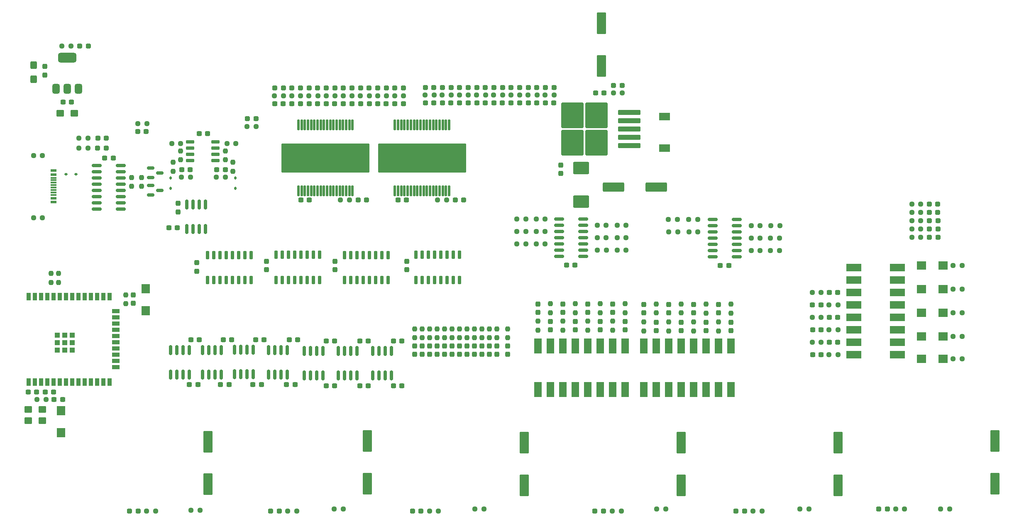
<source format=gtp>
G04 #@! TF.GenerationSoftware,KiCad,Pcbnew,8.0.2*
G04 #@! TF.CreationDate,2024-05-03T17:38:01+02:00*
G04 #@! TF.ProjectId,FluidNC,466c7569-644e-4432-9e6b-696361645f70,rev?*
G04 #@! TF.SameCoordinates,Original*
G04 #@! TF.FileFunction,Paste,Top*
G04 #@! TF.FilePolarity,Positive*
%FSLAX46Y46*%
G04 Gerber Fmt 4.6, Leading zero omitted, Abs format (unit mm)*
G04 Created by KiCad (PCBNEW 8.0.2) date 2024-05-03 17:38:01*
%MOMM*%
%LPD*%
G01*
G04 APERTURE LIST*
G04 Aperture macros list*
%AMRoundRect*
0 Rectangle with rounded corners*
0 $1 Rounding radius*
0 $2 $3 $4 $5 $6 $7 $8 $9 X,Y pos of 4 corners*
0 Add a 4 corners polygon primitive as box body*
4,1,4,$2,$3,$4,$5,$6,$7,$8,$9,$2,$3,0*
0 Add four circle primitives for the rounded corners*
1,1,$1+$1,$2,$3*
1,1,$1+$1,$4,$5*
1,1,$1+$1,$6,$7*
1,1,$1+$1,$8,$9*
0 Add four rect primitives between the rounded corners*
20,1,$1+$1,$2,$3,$4,$5,0*
20,1,$1+$1,$4,$5,$6,$7,0*
20,1,$1+$1,$6,$7,$8,$9,0*
20,1,$1+$1,$8,$9,$2,$3,0*%
G04 Aperture macros list end*
%ADD10RoundRect,0.237500X-0.237500X0.250000X-0.237500X-0.250000X0.237500X-0.250000X0.237500X0.250000X0*%
%ADD11RoundRect,0.237500X-0.287500X-0.237500X0.287500X-0.237500X0.287500X0.237500X-0.287500X0.237500X0*%
%ADD12RoundRect,0.237500X0.250000X0.237500X-0.250000X0.237500X-0.250000X-0.237500X0.250000X-0.237500X0*%
%ADD13RoundRect,0.237500X-0.250000X-0.237500X0.250000X-0.237500X0.250000X0.237500X-0.250000X0.237500X0*%
%ADD14RoundRect,0.237500X0.237500X-0.250000X0.237500X0.250000X-0.237500X0.250000X-0.237500X-0.250000X0*%
%ADD15RoundRect,0.237500X-0.300000X-0.237500X0.300000X-0.237500X0.300000X0.237500X-0.300000X0.237500X0*%
%ADD16R,1.240000X0.600000*%
%ADD17R,1.240000X0.300000*%
%ADD18RoundRect,0.150000X-0.150000X0.825000X-0.150000X-0.825000X0.150000X-0.825000X0.150000X0.825000X0*%
%ADD19RoundRect,0.237500X0.287500X0.237500X-0.287500X0.237500X-0.287500X-0.237500X0.287500X-0.237500X0*%
%ADD20RoundRect,0.150000X0.150000X-0.725000X0.150000X0.725000X-0.150000X0.725000X-0.150000X-0.725000X0*%
%ADD21RoundRect,0.237500X0.237500X-0.287500X0.237500X0.287500X-0.237500X0.287500X-0.237500X-0.287500X0*%
%ADD22RoundRect,0.112500X0.187500X0.112500X-0.187500X0.112500X-0.187500X-0.112500X0.187500X-0.112500X0*%
%ADD23RoundRect,0.150000X-0.587500X-0.150000X0.587500X-0.150000X0.587500X0.150000X-0.587500X0.150000X0*%
%ADD24RoundRect,0.375000X0.375000X-0.625000X0.375000X0.625000X-0.375000X0.625000X-0.375000X-0.625000X0*%
%ADD25RoundRect,0.500000X1.400000X-0.500000X1.400000X0.500000X-1.400000X0.500000X-1.400000X-0.500000X0*%
%ADD26RoundRect,0.250000X-0.537500X-0.425000X0.537500X-0.425000X0.537500X0.425000X-0.537500X0.425000X0*%
%ADD27RoundRect,0.237500X-0.237500X0.300000X-0.237500X-0.300000X0.237500X-0.300000X0.237500X0.300000X0*%
%ADD28RoundRect,0.178500X-8.821500X-2.796500X8.821500X-2.796500X8.821500X2.796500X-8.821500X2.796500X0*%
%ADD29RoundRect,0.112500X-0.112500X-0.987500X0.112500X-0.987500X0.112500X0.987500X-0.112500X0.987500X0*%
%ADD30RoundRect,0.237500X0.300000X0.237500X-0.300000X0.237500X-0.300000X-0.237500X0.300000X-0.237500X0*%
%ADD31RoundRect,0.250000X0.700000X-1.950000X0.700000X1.950000X-0.700000X1.950000X-0.700000X-1.950000X0*%
%ADD32R,1.600000X3.100000*%
%ADD33RoundRect,0.150000X-0.725000X-0.150000X0.725000X-0.150000X0.725000X0.150000X-0.725000X0.150000X0*%
%ADD34RoundRect,0.250000X0.537500X0.425000X-0.537500X0.425000X-0.537500X-0.425000X0.537500X-0.425000X0*%
%ADD35RoundRect,0.150000X-0.825000X-0.150000X0.825000X-0.150000X0.825000X0.150000X-0.825000X0.150000X0*%
%ADD36R,1.925000X1.700000*%
%ADD37R,1.700000X1.925000*%
%ADD38RoundRect,0.237500X0.237500X-0.300000X0.237500X0.300000X-0.237500X0.300000X-0.237500X-0.300000X0*%
%ADD39RoundRect,0.150000X0.150000X-0.825000X0.150000X0.825000X-0.150000X0.825000X-0.150000X-0.825000X0*%
%ADD40RoundRect,0.112500X-0.112500X0.187500X-0.112500X-0.187500X0.112500X-0.187500X0.112500X0.187500X0*%
%ADD41R,2.200000X1.500000*%
%ADD42R,3.100000X1.600000*%
%ADD43R,0.900000X1.500000*%
%ADD44R,1.500000X0.900000*%
%ADD45R,1.050000X1.050000*%
%ADD46RoundRect,0.150000X0.825000X0.150000X-0.825000X0.150000X-0.825000X-0.150000X0.825000X-0.150000X0*%
%ADD47RoundRect,0.250000X2.050000X0.300000X-2.050000X0.300000X-2.050000X-0.300000X2.050000X-0.300000X0*%
%ADD48RoundRect,0.250000X2.025000X2.375000X-2.025000X2.375000X-2.025000X-2.375000X2.025000X-2.375000X0*%
%ADD49RoundRect,0.250000X-1.400000X-1.000000X1.400000X-1.000000X1.400000X1.000000X-1.400000X1.000000X0*%
%ADD50RoundRect,0.250000X-0.425000X0.537500X-0.425000X-0.537500X0.425000X-0.537500X0.425000X0.537500X0*%
%ADD51RoundRect,0.250000X1.950000X0.700000X-1.950000X0.700000X-1.950000X-0.700000X1.950000X-0.700000X0*%
G04 APERTURE END LIST*
D10*
X80264000Y-66383500D03*
X80264000Y-68208500D03*
X81788000Y-66383500D03*
X81788000Y-68208500D03*
D11*
X22125000Y-103600000D03*
X23875000Y-103600000D03*
X15597500Y-29464000D03*
X17347500Y-29464000D03*
D12*
X122425000Y-103600000D03*
X120600000Y-103600000D03*
D13*
X3255000Y-80772000D03*
X5080000Y-80772000D03*
D12*
X163171500Y-69088000D03*
X161346500Y-69088000D03*
D14*
X43145000Y-34210000D03*
X43145000Y-32385000D03*
D11*
X174925000Y-103200000D03*
X176675000Y-103200000D03*
D15*
X72737500Y-20400000D03*
X74462500Y-20400000D03*
D10*
X97028000Y-66383500D03*
X97028000Y-68208500D03*
D13*
X55187500Y-18800000D03*
X57012500Y-18800000D03*
X101130500Y-43942000D03*
X102955500Y-43942000D03*
D15*
X111240000Y-53340000D03*
X112965000Y-53340000D03*
D14*
X22527500Y-37300500D03*
X22527500Y-35475500D03*
D16*
X6625500Y-34110000D03*
X6625500Y-34910000D03*
D17*
X6625500Y-36060000D03*
X6625500Y-37060000D03*
X6625500Y-37560000D03*
X6625500Y-38560000D03*
D16*
X6625500Y-39710000D03*
X6625500Y-40510000D03*
X6625500Y-40510000D03*
X6625500Y-39710000D03*
D17*
X6625500Y-39060000D03*
X6625500Y-38060000D03*
X6625500Y-36560000D03*
X6625500Y-35560000D03*
D16*
X6625500Y-34910000D03*
X6625500Y-34110000D03*
D13*
X136209000Y-46609000D03*
X138034000Y-46609000D03*
D18*
X75514000Y-70931000D03*
X74244000Y-70931000D03*
X72974000Y-70931000D03*
X71704000Y-70931000D03*
X71704000Y-75881000D03*
X72974000Y-75881000D03*
X74244000Y-75881000D03*
X75514000Y-75881000D03*
D10*
X137160000Y-64977000D03*
X137160000Y-66802000D03*
D13*
X41978500Y-28575000D03*
X43803500Y-28575000D03*
D19*
X186975000Y-42600000D03*
X185225000Y-42600000D03*
D13*
X63857500Y-103124000D03*
X65682500Y-103124000D03*
D18*
X54229000Y-70742000D03*
X52959000Y-70742000D03*
X51689000Y-70742000D03*
X50419000Y-70742000D03*
X50419000Y-75692000D03*
X51689000Y-75692000D03*
X52959000Y-75692000D03*
X54229000Y-75692000D03*
D10*
X99187000Y-66383500D03*
X99187000Y-68208500D03*
D13*
X85887500Y-18700000D03*
X87712500Y-18700000D03*
X129643500Y-103124000D03*
X131468500Y-103124000D03*
X101130500Y-46482000D03*
X102955500Y-46482000D03*
D20*
X37973000Y-56458000D03*
X39243000Y-56458000D03*
X40513000Y-56458000D03*
X41783000Y-56458000D03*
X43053000Y-56458000D03*
X44323000Y-56458000D03*
X45593000Y-56458000D03*
X46863000Y-56458000D03*
X46863000Y-51308000D03*
X45593000Y-51308000D03*
X44323000Y-51308000D03*
X43053000Y-51308000D03*
X41783000Y-51308000D03*
X40513000Y-51308000D03*
X39243000Y-51308000D03*
X37973000Y-51308000D03*
D15*
X57049500Y-40112000D03*
X58774500Y-40112000D03*
D21*
X92456000Y-71600000D03*
X92456000Y-69850000D03*
D13*
X190095500Y-53467000D03*
X191920500Y-53467000D03*
D10*
X83312000Y-66383500D03*
X83312000Y-68208500D03*
D22*
X11208500Y-34816500D03*
X9108500Y-34816500D03*
D23*
X26416000Y-33594000D03*
X26416000Y-35494000D03*
X28291000Y-34544000D03*
D21*
X90932000Y-71600000D03*
X90932000Y-69850000D03*
D12*
X123379000Y-47752000D03*
X121554000Y-47752000D03*
D10*
X120650000Y-64823500D03*
X120650000Y-66648500D03*
D15*
X76237500Y-20400000D03*
X77962500Y-20400000D03*
D13*
X32684000Y-35433000D03*
X34509000Y-35433000D03*
D10*
X95504000Y-66383500D03*
X95504000Y-68208500D03*
D11*
X106925000Y-17100000D03*
X108675000Y-17100000D03*
D13*
X51687500Y-18800000D03*
X53512500Y-18800000D03*
D24*
X7098000Y-17374000D03*
X9398000Y-17374000D03*
D25*
X9398000Y-11074000D03*
D24*
X11698000Y-17374000D03*
D26*
X1443000Y-85090000D03*
X4318000Y-85090000D03*
D19*
X187000000Y-46000000D03*
X185250000Y-46000000D03*
D27*
X144780000Y-65027000D03*
X144780000Y-66752000D03*
D12*
X27412500Y-103600000D03*
X25587500Y-103600000D03*
D28*
X81764000Y-31500000D03*
D29*
X76239000Y-38240000D03*
X76889000Y-38240000D03*
X77539000Y-38240000D03*
X78189000Y-38240000D03*
X78839000Y-38240000D03*
X79489000Y-38240000D03*
X80139000Y-38240000D03*
X80789000Y-38240000D03*
X81439000Y-38240000D03*
X82089000Y-38240000D03*
X82739000Y-38240000D03*
X83389000Y-38240000D03*
X84039000Y-38240000D03*
X84689000Y-38240000D03*
X85339000Y-38240000D03*
X85989000Y-38240000D03*
X86639000Y-38240000D03*
X87289000Y-38240000D03*
X87289000Y-24760000D03*
X86639000Y-24760000D03*
X85989000Y-24760000D03*
X85339000Y-24760000D03*
X84689000Y-24760000D03*
X84039000Y-24760000D03*
X83389000Y-24760000D03*
X82739000Y-24760000D03*
X82089000Y-24760000D03*
X81439000Y-24760000D03*
X80789000Y-24760000D03*
X80139000Y-24760000D03*
X79489000Y-24760000D03*
X78839000Y-24760000D03*
X78189000Y-24760000D03*
X77539000Y-24760000D03*
X76889000Y-24760000D03*
X76239000Y-24760000D03*
D15*
X69060000Y-68834000D03*
X70785000Y-68834000D03*
D10*
X92456000Y-66383500D03*
X92456000Y-68208500D03*
D15*
X34305000Y-77789000D03*
X36030000Y-77789000D03*
D11*
X15625500Y-27432000D03*
X17375500Y-27432000D03*
D19*
X187000000Y-47700000D03*
X185250000Y-47700000D03*
D27*
X127000000Y-61394000D03*
X127000000Y-63119000D03*
D11*
X85925000Y-17100000D03*
X87675000Y-17100000D03*
D10*
X86360000Y-66383500D03*
X86360000Y-68208500D03*
X115570000Y-64823500D03*
X115570000Y-66648500D03*
D11*
X72725000Y-17200000D03*
X74475000Y-17200000D03*
D15*
X32731000Y-33909000D03*
X34456000Y-33909000D03*
D11*
X145825000Y-103600000D03*
X147575000Y-103600000D03*
D27*
X32004000Y-40793500D03*
X32004000Y-42518500D03*
D10*
X90932000Y-66383500D03*
X90932000Y-68208500D03*
D27*
X35814000Y-52885000D03*
X35814000Y-54610000D03*
D12*
X119315000Y-47752000D03*
X117490000Y-47752000D03*
D30*
X118900000Y-18200000D03*
X117175000Y-18200000D03*
D15*
X65737500Y-20400000D03*
X67462500Y-20400000D03*
D13*
X164799000Y-71628000D03*
X166624000Y-71628000D03*
D11*
X58725000Y-17200000D03*
X60475000Y-17200000D03*
D10*
X89408000Y-66383500D03*
X89408000Y-68208500D03*
D27*
X137160000Y-61394000D03*
X137160000Y-63119000D03*
X129540000Y-65027000D03*
X129540000Y-66752000D03*
D12*
X150734000Y-47879000D03*
X148909000Y-47879000D03*
D27*
X118110000Y-64900000D03*
X118110000Y-66625000D03*
D31*
X118364000Y-12732000D03*
X118364000Y-4032000D03*
D10*
X87884000Y-66383500D03*
X87884000Y-68208500D03*
D12*
X86764500Y-40112000D03*
X84939500Y-40112000D03*
D15*
X58737500Y-20400000D03*
X60462500Y-20400000D03*
D13*
X164775500Y-66548000D03*
X166600500Y-66548000D03*
D32*
X105410000Y-78740000D03*
X107950000Y-78740000D03*
X110490000Y-78740000D03*
X113030000Y-78740000D03*
X115570000Y-78740000D03*
X118110000Y-78740000D03*
X120650000Y-78740000D03*
X123190000Y-78740000D03*
X123190000Y-69850000D03*
X120650000Y-69850000D03*
X118110000Y-69850000D03*
X115570000Y-69850000D03*
X113030000Y-69850000D03*
X110490000Y-69850000D03*
X107950000Y-69850000D03*
X105410000Y-69850000D03*
D13*
X62187500Y-18800000D03*
X64012500Y-18800000D03*
D12*
X154733000Y-45339000D03*
X152908000Y-45339000D03*
D15*
X99937500Y-20300000D03*
X101662500Y-20300000D03*
D12*
X66952500Y-40112000D03*
X65127500Y-40112000D03*
D33*
X34474000Y-28194000D03*
X34474000Y-29464000D03*
X34474000Y-30734000D03*
X34474000Y-32004000D03*
X39624000Y-32004000D03*
X39624000Y-30734000D03*
X39624000Y-29464000D03*
X39624000Y-28194000D03*
D20*
X80518000Y-56423000D03*
X81788000Y-56423000D03*
X83058000Y-56423000D03*
X84328000Y-56423000D03*
X85598000Y-56423000D03*
X86868000Y-56423000D03*
X88138000Y-56423000D03*
X89408000Y-56423000D03*
X89408000Y-51273000D03*
X88138000Y-51273000D03*
X86868000Y-51273000D03*
X85598000Y-51273000D03*
X84328000Y-51273000D03*
X83058000Y-51273000D03*
X81788000Y-51273000D03*
X80518000Y-51273000D03*
D34*
X10835500Y-22352000D03*
X7960500Y-22352000D03*
D35*
X15388500Y-33038500D03*
X15388500Y-34308500D03*
X15388500Y-35578500D03*
X15388500Y-36848500D03*
X15388500Y-38118500D03*
X15388500Y-39388500D03*
X15388500Y-40658500D03*
X15388500Y-41928500D03*
X20338500Y-41928500D03*
X20338500Y-40658500D03*
X20338500Y-39388500D03*
X20338500Y-38118500D03*
X20338500Y-36848500D03*
X20338500Y-35578500D03*
X20338500Y-34308500D03*
X20338500Y-33038500D03*
D13*
X69187500Y-18800000D03*
X71012500Y-18800000D03*
D15*
X103437500Y-20300000D03*
X105162500Y-20300000D03*
X75918000Y-77978000D03*
X77643000Y-77978000D03*
D10*
X105410000Y-64823500D03*
X105410000Y-66648500D03*
D36*
X188062500Y-53467000D03*
X183637500Y-53467000D03*
D15*
X62237500Y-20400000D03*
X63962500Y-20400000D03*
D21*
X83312000Y-71600000D03*
X83312000Y-69850000D03*
D11*
X62225000Y-17200000D03*
X63975000Y-17200000D03*
D13*
X105044000Y-43942000D03*
X106869000Y-43942000D03*
D37*
X25400000Y-62664500D03*
X25400000Y-58239500D03*
D11*
X51725000Y-17200000D03*
X53475000Y-17200000D03*
D12*
X163171500Y-58928000D03*
X161346500Y-58928000D03*
D38*
X22860000Y-61161000D03*
X22860000Y-59436000D03*
D15*
X164852000Y-69088000D03*
X166577000Y-69088000D03*
X34616500Y-68645000D03*
X36341500Y-68645000D03*
D13*
X82387500Y-18700000D03*
X84212500Y-18700000D03*
X120778000Y-18200000D03*
X122603000Y-18200000D03*
D30*
X31850500Y-45720000D03*
X30125500Y-45720000D03*
D13*
X58687500Y-18800000D03*
X60512500Y-18800000D03*
X92559500Y-103124000D03*
X94384500Y-103124000D03*
D27*
X134620000Y-65027000D03*
X134620000Y-66752000D03*
D10*
X142240000Y-64977000D03*
X142240000Y-66802000D03*
D12*
X119315000Y-45212000D03*
X117490000Y-45212000D03*
D13*
X181687500Y-44300000D03*
X183512500Y-44300000D03*
D12*
X150734000Y-45339000D03*
X148909000Y-45339000D03*
X32524000Y-28575000D03*
X30699000Y-28575000D03*
D13*
X181687500Y-40900000D03*
X183512500Y-40900000D03*
D15*
X55237500Y-20400000D03*
X56962500Y-20400000D03*
X161396500Y-61468000D03*
X163121500Y-61468000D03*
D32*
X127000000Y-78740000D03*
X129540000Y-78740000D03*
X132080000Y-78740000D03*
X134620000Y-78740000D03*
X137160000Y-78740000D03*
X139700000Y-78740000D03*
X142240000Y-78740000D03*
X144780000Y-78740000D03*
X144780000Y-69850000D03*
X142240000Y-69850000D03*
X139700000Y-69850000D03*
X137160000Y-69850000D03*
X134620000Y-69850000D03*
X132080000Y-69850000D03*
X129540000Y-69850000D03*
X127000000Y-69850000D03*
D11*
X96425000Y-17100000D03*
X98175000Y-17100000D03*
D10*
X93980000Y-66383500D03*
X93980000Y-68208500D03*
D21*
X81788000Y-71600000D03*
X81788000Y-69850000D03*
D13*
X103387500Y-18700000D03*
X105212500Y-18700000D03*
D27*
X110100000Y-32937500D03*
X110100000Y-34662500D03*
D11*
X65725000Y-17200000D03*
X67475000Y-17200000D03*
D13*
X99887500Y-18700000D03*
X101712500Y-18700000D03*
D15*
X164852000Y-64008000D03*
X166577000Y-64008000D03*
X54117000Y-77789000D03*
X55842000Y-77789000D03*
D10*
X6096000Y-55071000D03*
X6096000Y-56896000D03*
D13*
X187555500Y-103124000D03*
X189380500Y-103124000D03*
D14*
X144780000Y-63166000D03*
X144780000Y-61341000D03*
D11*
X69225000Y-17200000D03*
X70975000Y-17200000D03*
D15*
X82437500Y-20300000D03*
X84162500Y-20300000D03*
D13*
X190095500Y-67945000D03*
X191920500Y-67945000D03*
X72687500Y-18800000D03*
X74512500Y-18800000D03*
X92887500Y-18700000D03*
X94712500Y-18700000D03*
D27*
X113030000Y-64900000D03*
X113030000Y-66625000D03*
D36*
X188062500Y-63119000D03*
X183637500Y-63119000D03*
D26*
X1443000Y-82804000D03*
X4318000Y-82804000D03*
D19*
X187000000Y-44300000D03*
X185250000Y-44300000D03*
D13*
X46087500Y-25100000D03*
X47912500Y-25100000D03*
D12*
X151112500Y-103600000D03*
X149287500Y-103600000D03*
D27*
X115570000Y-61344000D03*
X115570000Y-63069000D03*
D13*
X76187500Y-18800000D03*
X78012500Y-18800000D03*
D31*
X102616000Y-98320000D03*
X102616000Y-89620000D03*
X70612000Y-98010000D03*
X70612000Y-89310000D03*
D13*
X2511500Y-31006500D03*
X4336500Y-31006500D03*
D14*
X129540000Y-63119000D03*
X129540000Y-61294000D03*
D20*
X65913000Y-56458000D03*
X67183000Y-56458000D03*
X68453000Y-56458000D03*
X69723000Y-56458000D03*
X70993000Y-56458000D03*
X72263000Y-56458000D03*
X73533000Y-56458000D03*
X74803000Y-56458000D03*
X74803000Y-51308000D03*
X73533000Y-51308000D03*
X72263000Y-51308000D03*
X70993000Y-51308000D03*
X69723000Y-51308000D03*
X68453000Y-51308000D03*
X67183000Y-51308000D03*
X65913000Y-51308000D03*
D30*
X38012000Y-26543000D03*
X36287000Y-26543000D03*
D11*
X55225000Y-17200000D03*
X56975000Y-17200000D03*
D15*
X4879000Y-79248000D03*
X6604000Y-79248000D03*
D13*
X8335000Y-8636000D03*
X10160000Y-8636000D03*
D15*
X164852000Y-58928000D03*
X166577000Y-58928000D03*
D12*
X123379000Y-50292000D03*
X121554000Y-50292000D03*
D15*
X41220500Y-68645000D03*
X42945500Y-68645000D03*
D12*
X150734000Y-50419000D03*
X148909000Y-50419000D03*
D14*
X113030000Y-63116000D03*
X113030000Y-61291000D03*
D27*
X110490000Y-61344000D03*
X110490000Y-63069000D03*
D10*
X41621000Y-30052000D03*
X41621000Y-31877000D03*
D13*
X11787500Y-29464000D03*
X13612500Y-29464000D03*
D39*
X33747000Y-45971000D03*
X35017000Y-45971000D03*
X36287000Y-45971000D03*
X37557000Y-45971000D03*
X37557000Y-41021000D03*
X36287000Y-41021000D03*
X35017000Y-41021000D03*
X33747000Y-41021000D03*
D20*
X51943000Y-56388000D03*
X53213000Y-56388000D03*
X54483000Y-56388000D03*
X55753000Y-56388000D03*
X57023000Y-56388000D03*
X58293000Y-56388000D03*
X59563000Y-56388000D03*
X60833000Y-56388000D03*
X60833000Y-51238000D03*
X59563000Y-51238000D03*
X58293000Y-51238000D03*
X57023000Y-51238000D03*
X55753000Y-51238000D03*
X54483000Y-51238000D03*
X53213000Y-51238000D03*
X51943000Y-51238000D03*
D36*
X188062500Y-72517000D03*
X183637500Y-72517000D03*
D12*
X41621000Y-35433000D03*
X39796000Y-35433000D03*
D10*
X84836000Y-66383500D03*
X84836000Y-68208500D03*
D13*
X105044000Y-49022000D03*
X106869000Y-49022000D03*
D27*
X105410000Y-61344000D03*
X105410000Y-63069000D03*
D12*
X119362000Y-50292000D03*
X117537000Y-50292000D03*
D13*
X181687500Y-46000000D03*
X183512500Y-46000000D03*
X190095500Y-72517000D03*
X191920500Y-72517000D03*
D12*
X154686000Y-50419000D03*
X152861000Y-50419000D03*
D15*
X51737500Y-20400000D03*
X53462500Y-20400000D03*
D14*
X21336000Y-61261000D03*
X21336000Y-59436000D03*
D40*
X43688000Y-35624000D03*
X43688000Y-37724000D03*
D13*
X190095500Y-58293000D03*
X191920500Y-58293000D03*
D15*
X85937500Y-20300000D03*
X87662500Y-20300000D03*
D30*
X41621000Y-33909000D03*
X39896000Y-33909000D03*
D14*
X107950000Y-63116000D03*
X107950000Y-61291000D03*
D13*
X132080000Y-46609000D03*
X133905000Y-46609000D03*
D12*
X56212500Y-103600000D03*
X54387500Y-103600000D03*
D36*
X188062500Y-67945000D03*
X183637500Y-67945000D03*
D31*
X198628000Y-98010000D03*
X198628000Y-89310000D03*
D41*
X131200000Y-29500000D03*
X131200000Y-23100000D03*
D37*
X8128000Y-87556500D03*
X8128000Y-83131500D03*
D11*
X120815500Y-16676000D03*
X122565500Y-16676000D03*
D21*
X93980000Y-71600000D03*
X93980000Y-69850000D03*
X89408000Y-71600000D03*
X89408000Y-69850000D03*
D28*
X62072000Y-31500000D03*
D29*
X56547000Y-38240000D03*
X57197000Y-38240000D03*
X57847000Y-38240000D03*
X58497000Y-38240000D03*
X59147000Y-38240000D03*
X59797000Y-38240000D03*
X60447000Y-38240000D03*
X61097000Y-38240000D03*
X61747000Y-38240000D03*
X62397000Y-38240000D03*
X63047000Y-38240000D03*
X63697000Y-38240000D03*
X64347000Y-38240000D03*
X64997000Y-38240000D03*
X65647000Y-38240000D03*
X66297000Y-38240000D03*
X66947000Y-38240000D03*
X67597000Y-38240000D03*
X67597000Y-24760000D03*
X66947000Y-24760000D03*
X66297000Y-24760000D03*
X65647000Y-24760000D03*
X64997000Y-24760000D03*
X64347000Y-24760000D03*
X63697000Y-24760000D03*
X63047000Y-24760000D03*
X62397000Y-24760000D03*
X61747000Y-24760000D03*
X61097000Y-24760000D03*
X60447000Y-24760000D03*
X59797000Y-24760000D03*
X59147000Y-24760000D03*
X58497000Y-24760000D03*
X57847000Y-24760000D03*
X57197000Y-24760000D03*
X56547000Y-24760000D03*
D18*
X34290000Y-70742000D03*
X33020000Y-70742000D03*
X31750000Y-70742000D03*
X30480000Y-70742000D03*
X30480000Y-75692000D03*
X31750000Y-75692000D03*
X33020000Y-75692000D03*
X34290000Y-75692000D03*
D12*
X85112500Y-103600000D03*
X83287500Y-103600000D03*
D15*
X106937500Y-20300000D03*
X108662500Y-20300000D03*
D27*
X142240000Y-61394000D03*
X142240000Y-63119000D03*
D13*
X136162000Y-44069000D03*
X137987000Y-44069000D03*
D11*
X82425000Y-17100000D03*
X84175000Y-17100000D03*
X99925000Y-17100000D03*
X101675000Y-17100000D03*
D15*
X62202000Y-68834000D03*
X63927000Y-68834000D03*
D13*
X158853500Y-103124000D03*
X160678500Y-103124000D03*
D12*
X163171500Y-64008000D03*
X161346500Y-64008000D03*
D10*
X110490000Y-64823500D03*
X110490000Y-66648500D03*
D15*
X96437500Y-20300000D03*
X98162500Y-20300000D03*
D13*
X34647500Y-103378000D03*
X36472500Y-103378000D03*
D11*
X76225000Y-17200000D03*
X77975000Y-17200000D03*
D18*
X68514000Y-70931000D03*
X67244000Y-70931000D03*
X65974000Y-70931000D03*
X64704000Y-70931000D03*
X64704000Y-75881000D03*
X65974000Y-75881000D03*
X67244000Y-75881000D03*
X68514000Y-75881000D03*
D27*
X132080000Y-61394000D03*
X132080000Y-63119000D03*
D13*
X190095500Y-63119000D03*
X191920500Y-63119000D03*
D42*
X178689000Y-71628000D03*
X178689000Y-69088000D03*
X178689000Y-66548000D03*
X178689000Y-64008000D03*
X178689000Y-61468000D03*
X178689000Y-58928000D03*
X178689000Y-56388000D03*
X178689000Y-53848000D03*
X169799000Y-53848000D03*
X169799000Y-56388000D03*
X169799000Y-58928000D03*
X169799000Y-61468000D03*
X169799000Y-64008000D03*
X169799000Y-66548000D03*
X169799000Y-69088000D03*
X169799000Y-71628000D03*
D43*
X1550000Y-77285000D03*
X2820000Y-77285000D03*
X4090000Y-77285000D03*
X5360000Y-77285000D03*
X6630000Y-77285000D03*
X7900000Y-77285000D03*
X9170000Y-77285000D03*
X10440000Y-77285000D03*
X11710000Y-77285000D03*
X12980000Y-77285000D03*
X14250000Y-77285000D03*
X15520000Y-77285000D03*
X16790000Y-77285000D03*
X18060000Y-77285000D03*
D44*
X19310000Y-74245000D03*
X19310000Y-72975000D03*
X19310000Y-71705000D03*
X19310000Y-70435000D03*
X19310000Y-69165000D03*
X19310000Y-67895000D03*
X19310000Y-66625000D03*
X19310000Y-65355000D03*
X19310000Y-64085000D03*
X19310000Y-62815000D03*
D43*
X18060000Y-59785000D03*
X16790000Y-59785000D03*
X15520000Y-59785000D03*
X14250000Y-59785000D03*
X12980000Y-59785000D03*
X11710000Y-59785000D03*
X10440000Y-59785000D03*
X9170000Y-59785000D03*
X7900000Y-59785000D03*
X6630000Y-59785000D03*
X5360000Y-59785000D03*
X4090000Y-59785000D03*
X2820000Y-59785000D03*
X1550000Y-59785000D03*
D45*
X7365000Y-70740000D03*
X8890000Y-70740000D03*
X10415000Y-70740000D03*
X7365000Y-69215000D03*
X8890000Y-69215000D03*
X10415000Y-69215000D03*
X7365000Y-67690000D03*
X8890000Y-67690000D03*
X10415000Y-67690000D03*
D27*
X123190000Y-64900000D03*
X123190000Y-66625000D03*
D15*
X47824500Y-68645000D03*
X49549500Y-68645000D03*
D11*
X89425000Y-17100000D03*
X91175000Y-17100000D03*
D13*
X89387500Y-18700000D03*
X91212500Y-18700000D03*
D27*
X107950000Y-64900000D03*
X107950000Y-66625000D03*
D46*
X114678000Y-51562000D03*
X114678000Y-50292000D03*
X114678000Y-49022000D03*
X114678000Y-47752000D03*
X114678000Y-46482000D03*
X114678000Y-45212000D03*
X114678000Y-43942000D03*
X109728000Y-43942000D03*
X109728000Y-45212000D03*
X109728000Y-46482000D03*
X109728000Y-47752000D03*
X109728000Y-49022000D03*
X109728000Y-50292000D03*
X109728000Y-51562000D03*
D13*
X23787500Y-24500000D03*
X25612500Y-24500000D03*
D11*
X50925000Y-103600000D03*
X52675000Y-103600000D03*
D18*
X61514000Y-70931000D03*
X60244000Y-70931000D03*
X58974000Y-70931000D03*
X57704000Y-70931000D03*
X57704000Y-75881000D03*
X58974000Y-75881000D03*
X60244000Y-75881000D03*
X61514000Y-75881000D03*
D10*
X32477000Y-30052000D03*
X32477000Y-31877000D03*
D13*
X132033000Y-44069000D03*
X133858000Y-44069000D03*
D31*
X134620000Y-98330000D03*
X134620000Y-89630000D03*
D11*
X103425000Y-17100000D03*
X105175000Y-17100000D03*
D13*
X164775500Y-61468000D03*
X166600500Y-61468000D03*
D10*
X132080000Y-64977000D03*
X132080000Y-66802000D03*
D15*
X62202000Y-77978000D03*
X63927000Y-77978000D03*
D46*
X145985000Y-51689000D03*
X145985000Y-50419000D03*
X145985000Y-49149000D03*
X145985000Y-47879000D03*
X145985000Y-46609000D03*
X145985000Y-45339000D03*
X145985000Y-44069000D03*
X141035000Y-44069000D03*
X141035000Y-45339000D03*
X141035000Y-46609000D03*
X141035000Y-47879000D03*
X141035000Y-49149000D03*
X141035000Y-50419000D03*
X141035000Y-51689000D03*
D15*
X161423000Y-66548000D03*
X163148000Y-66548000D03*
D47*
X124050000Y-29000000D03*
X124050000Y-27300000D03*
X124050000Y-25600000D03*
D48*
X117325000Y-28375000D03*
X117325000Y-22825000D03*
X112475000Y-28375000D03*
X112475000Y-22825000D03*
D47*
X124050000Y-23900000D03*
X124050000Y-22200000D03*
D21*
X80264000Y-71600000D03*
X80264000Y-69850000D03*
D15*
X76861500Y-40112000D03*
X78586500Y-40112000D03*
D11*
X79825000Y-103600000D03*
X81575000Y-103600000D03*
D19*
X25500000Y-26100000D03*
X23750000Y-26100000D03*
D12*
X180212500Y-103200000D03*
X178387500Y-103200000D03*
D27*
X4826000Y-12853500D03*
X4826000Y-14578500D03*
X50038000Y-52578000D03*
X50038000Y-54303000D03*
D36*
X188062500Y-58293000D03*
X183637500Y-58293000D03*
D15*
X161423000Y-71628000D03*
X163148000Y-71628000D03*
D27*
X64008000Y-52578000D03*
X64008000Y-54303000D03*
D14*
X30953000Y-34210000D03*
X30953000Y-32385000D03*
D11*
X92925000Y-17100000D03*
X94675000Y-17100000D03*
D13*
X96387500Y-18700000D03*
X98212500Y-18700000D03*
X181687500Y-42600000D03*
X183512500Y-42600000D03*
D14*
X134620000Y-63119000D03*
X134620000Y-61294000D03*
D15*
X40655000Y-77789000D03*
X42380000Y-77789000D03*
D49*
X114200000Y-33600000D03*
X114200000Y-40400000D03*
D21*
X86360000Y-71600000D03*
X86360000Y-69850000D03*
D14*
X139700000Y-63166000D03*
X139700000Y-61341000D03*
D10*
X24559500Y-35475500D03*
X24559500Y-37300500D03*
D18*
X47290000Y-70677000D03*
X46020000Y-70677000D03*
X44750000Y-70677000D03*
X43480000Y-70677000D03*
X43480000Y-75627000D03*
X44750000Y-75627000D03*
X46020000Y-75627000D03*
X47290000Y-75627000D03*
D14*
X118110000Y-63116000D03*
X118110000Y-61291000D03*
D27*
X78613000Y-52578000D03*
X78613000Y-54303000D03*
D15*
X54682500Y-68645000D03*
X56407500Y-68645000D03*
D12*
X123379000Y-45212000D03*
X121554000Y-45212000D03*
D40*
X30480000Y-35624000D03*
X30480000Y-37724000D03*
D21*
X84836000Y-71600000D03*
X84836000Y-69850000D03*
D13*
X181687500Y-47700000D03*
X183512500Y-47700000D03*
D15*
X142612000Y-53467000D03*
X144337000Y-53467000D03*
D31*
X166624000Y-98330000D03*
X166624000Y-89630000D03*
X38100000Y-98108000D03*
X38100000Y-89408000D03*
D13*
X11787500Y-27432000D03*
X13612500Y-27432000D03*
D19*
X90283000Y-40112000D03*
X88533000Y-40112000D03*
D10*
X127000000Y-64977000D03*
X127000000Y-66802000D03*
X7620000Y-55071000D03*
X7620000Y-56896000D03*
D21*
X97028000Y-71600000D03*
X97028000Y-69850000D03*
D15*
X69275000Y-20400000D03*
X71000000Y-20400000D03*
D12*
X154686000Y-47879000D03*
X152861000Y-47879000D03*
D13*
X2511500Y-43706500D03*
X4336500Y-43706500D03*
D15*
X92937500Y-20300000D03*
X94662500Y-20300000D03*
X69060000Y-77978000D03*
X70785000Y-77978000D03*
D19*
X13688000Y-8636000D03*
X11938000Y-8636000D03*
D21*
X99187000Y-71600000D03*
X99187000Y-69850000D03*
D19*
X70471000Y-40112000D03*
X68721000Y-40112000D03*
D13*
X65687500Y-18800000D03*
X67512500Y-18800000D03*
D50*
X2540000Y-12532500D03*
X2540000Y-15407500D03*
D15*
X89437500Y-20300000D03*
X91162500Y-20300000D03*
D30*
X10260500Y-20066000D03*
X8535500Y-20066000D03*
D21*
X95504000Y-71600000D03*
X95504000Y-69850000D03*
D15*
X47259000Y-77789000D03*
X48984000Y-77789000D03*
D11*
X46150000Y-23500000D03*
X47900000Y-23500000D03*
D21*
X87884000Y-71600000D03*
X87884000Y-69850000D03*
D51*
X129550000Y-37500000D03*
X120850000Y-37500000D03*
D15*
X75918000Y-68834000D03*
X77643000Y-68834000D03*
D19*
X186975000Y-40900000D03*
X185225000Y-40900000D03*
D30*
X3148500Y-79248000D03*
X1423500Y-79248000D03*
D27*
X139700000Y-65027000D03*
X139700000Y-66752000D03*
D11*
X117025000Y-103600000D03*
X118775000Y-103600000D03*
D23*
X26416000Y-37150000D03*
X26416000Y-39050000D03*
X28291000Y-38100000D03*
D30*
X18761500Y-31514500D03*
X17036500Y-31514500D03*
D27*
X120650000Y-61344000D03*
X120650000Y-63069000D03*
D13*
X106887500Y-18700000D03*
X108712500Y-18700000D03*
D30*
X8432500Y-80772000D03*
X6707500Y-80772000D03*
D13*
X101130500Y-49022000D03*
X102955500Y-49022000D03*
D18*
X40782000Y-70742000D03*
X39512000Y-70742000D03*
X38242000Y-70742000D03*
X36972000Y-70742000D03*
X36972000Y-75692000D03*
X38242000Y-75692000D03*
X39512000Y-75692000D03*
X40782000Y-75692000D03*
D13*
X105044000Y-46482000D03*
X106869000Y-46482000D03*
D14*
X123190000Y-63116000D03*
X123190000Y-61291000D03*
M02*

</source>
